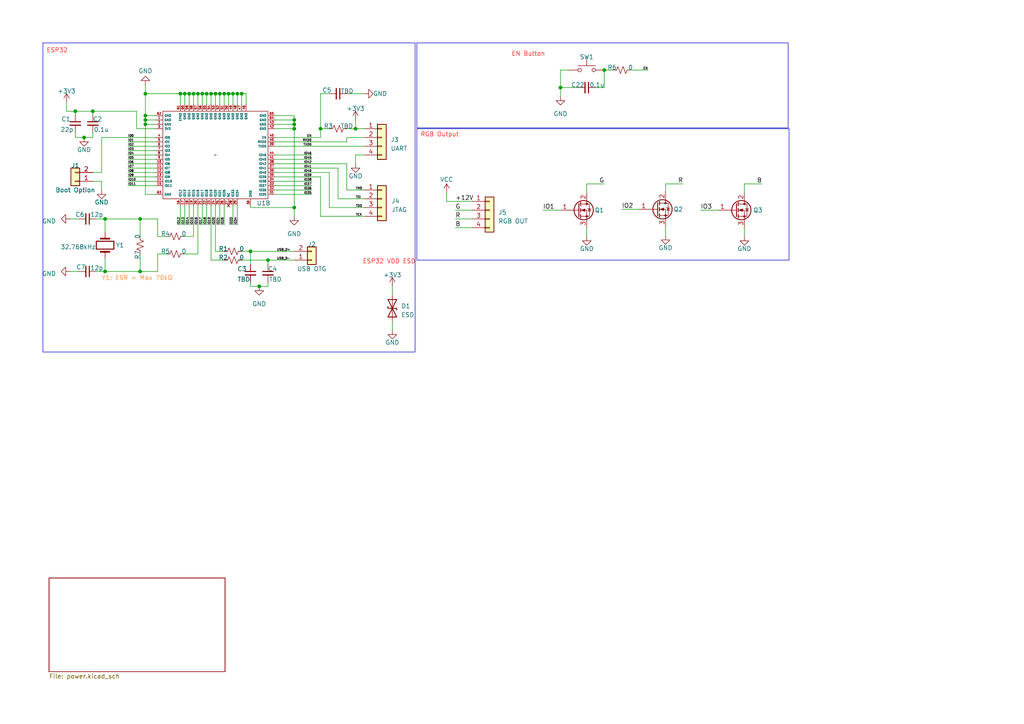
<source format=kicad_sch>
(kicad_sch (version 20230121) (generator eeschema)
  (paper "A4")
  (title_block (title "CozyLED") (date "2023-10-19") (rev "1.0"))
  (lib_symbols
    (symbol "Connector_Generic:Conn_01x02" (pin_names (offset 1.016) hide)
      (property "Reference" "J" (at 0 2.54 0))
      (property "Value" "Conn_01x02" (at 0 -5.08 0))
      (symbol "Conn_01x02_1_1"
        (rectangle (start -1.27 -2.413) (end 0 -2.667) (stroke (width 0.1524)))
        (rectangle (start -1.27 0.127) (end 0 -0.127) (stroke (width 0.1524)))
        (rectangle (start -1.27 1.27) (end 1.27 -3.81) (stroke (width 0.254)) (fill (type background)))
        (pin passive line (at -5.08 0 0) (length 3.81) (name "Pin_1") (number "1"))
        (pin passive line (at -5.08 -2.54 0) (length 3.81) (name "Pin_2") (number "2"))
      )
    )
    (symbol "Connector_Generic:Conn_01x04" (pin_names (offset 1.016) hide)
      (property "Reference" "J" (at 0 5.08 0))
      (property "Value" "Conn_01x04" (at 0 -7.62 0))
      (symbol "Conn_01x04_1_1"
        (rectangle (start -1.27 -4.953) (end 0 -5.207) (stroke (width 0.1524)))
        (rectangle (start -1.27 -2.413) (end 0 -2.667) (stroke (width 0.1524)))
        (rectangle (start -1.27 0.127) (end 0 -0.127) (stroke (width 0.1524)))
        (rectangle (start -1.27 2.667) (end 0 2.413) (stroke (width 0.1524)))
        (rectangle (start -1.27 3.81) (end 1.27 -6.35) (stroke (width 0.254)) (fill (type background)))
        (pin passive line (at -5.08 2.54 0) (length 3.81) (name "Pin_1") (number "1"))
        (pin passive line (at -5.08 0 0) (length 3.81) (name "Pin_2") (number "2"))
        (pin passive line (at -5.08 -2.54 0) (length 3.81) (name "Pin_3") (number "3"))
        (pin passive line (at -5.08 -5.08 0) (length 3.81) (name "Pin_4") (number "4"))
      )
    )
    (symbol "Device:C_Small" (pin_numbers hide) (pin_names (offset 0.254) hide)
      (property "Reference" "C" (at 0.254 1.778 0))
      (property "Value" "C_Small" (at 0.254 -2.032 0))
      (symbol "C_Small_0_1"
        (polyline (pts (xy -1.524 -0.508) (xy 1.524 -0.508)) (stroke (width 0.3302)))
        (polyline (pts (xy -1.524 0.508) (xy 1.524 0.508)) (stroke (width 0.3048)))
      )
      (symbol "C_Small_1_1"
        (pin passive line (at 0 2.54 270) (length 2.032) (name "~") (number "1"))
        (pin passive line (at 0 -2.54 90) (length 2.032) (name "~") (number "2"))
      )
    )
    (symbol "Device:Crystal" (pin_numbers hide) (pin_names (offset 1.016) hide)
      (property "Reference" "Y" (at 0 3.81 0))
      (property "Value" "Crystal" (at 0 -3.81 0))
      (symbol "Crystal_0_1"
        (rectangle (start -1.143 2.54) (end 1.143 -2.54) (stroke (width 0.3048)))
        (polyline (pts (xy -2.54 0) (xy -1.905 0)))
        (polyline (pts (xy -1.905 -1.27) (xy -1.905 1.27)) (stroke (width 0.508)))
        (polyline (pts (xy 1.905 -1.27) (xy 1.905 1.27)) (stroke (width 0.508)))
        (polyline (pts (xy 2.54 0) (xy 1.905 0)))
      )
      (symbol "Crystal_1_1"
        (pin passive line (at -3.81 0 0) (length 1.27) (name "1") (number "1"))
        (pin passive line (at 3.81 0 180) (length 1.27) (name "2") (number "2"))
      )
    )
    (symbol "Device:D_TVS" (pin_numbers hide) (pin_names (offset 1.016) hide)
      (property "Reference" "D" (at 0 2.54 0))
      (property "Value" "D_TVS" (at 0 -2.54 0))
      (symbol "D_TVS_0_1"
        (polyline (pts (xy 1.27 0) (xy -1.27 0)))
        (polyline (pts (xy 0.508 1.27) (xy 0 1.27) (xy 0 -1.27) (xy -0.508 -1.27)) (stroke (width 0.254)))
        (polyline (pts (xy -2.54 1.27) (xy -2.54 -1.27) (xy 2.54 1.27) (xy 2.54 -1.27) (xy -2.54 1.27)) (stroke (width 0.254)))
      )
      (symbol "D_TVS_1_1"
        (pin passive line (at -3.81 0 0) (length 2.54) (name "A1") (number "1"))
        (pin passive line (at 3.81 0 180) (length 2.54) (name "A2") (number "2"))
      )
    )
    (symbol "Device:Q_NMOS_GDS" (pin_names (offset 0) hide)
      (property "Reference" "Q" (at 5.08 1.27 0))
      (property "Value" "Q_NMOS_GDS" (at 5.08 -1.27 0))
      (symbol "Q_NMOS_GDS_0_1"
        (polyline (pts (xy 0.254 0) (xy -2.54 0)))
        (polyline (pts (xy 0.254 1.905) (xy 0.254 -1.905)) (stroke (width 0.254)))
        (polyline (pts (xy 0.762 -1.27) (xy 0.762 -2.286)) (stroke (width 0.254)))
        (polyline (pts (xy 0.762 0.508) (xy 0.762 -0.508)) (stroke (width 0.254)))
        (polyline (pts (xy 0.762 2.286) (xy 0.762 1.27)) (stroke (width 0.254)))
        (polyline (pts (xy 2.54 2.54) (xy 2.54 1.778)))
        (polyline (pts (xy 2.54 -2.54) (xy 2.54 0) (xy 0.762 0)))
        (polyline (pts (xy 0.762 -1.778) (xy 3.302 -1.778) (xy 3.302 1.778) (xy 0.762 1.778)))
        (polyline (pts (xy 1.016 0) (xy 2.032 0.381) (xy 2.032 -0.381) (xy 1.016 0)) (fill (type outline)))
        (polyline (pts (xy 2.794 0.508) (xy 2.921 0.381) (xy 3.683 0.381) (xy 3.81 0.254)))
        (polyline (pts (xy 3.302 0.381) (xy 2.921 -0.254) (xy 3.683 -0.254) (xy 3.302 0.381)))
        (circle (center 1.651 0) (radius 2.794) (stroke (width 0.254)))
        (circle (center 2.54 -1.778) (radius 0.254) (fill (type outline)))
        (circle (center 2.54 1.778) (radius 0.254) (fill (type outline)))
      )
      (symbol "Q_NMOS_GDS_1_1"
        (pin input line (at -5.08 0 0) (length 2.54) (name "G") (number "1"))
        (pin passive line (at 2.54 5.08 270) (length 2.54) (name "D") (number "2"))
        (pin passive line (at 2.54 -5.08 90) (length 2.54) (name "S") (number "3"))
      )
    )
    (symbol "Device:R_Small_US" (pin_numbers hide) (pin_names (offset 0.254) hide)
      (property "Reference" "R" (at 0.762 0.508 0))
      (property "Value" "R_Small_US" (at 0.762 -1.016 0))
      (symbol "R_Small_US_1_1"
        (polyline (pts (xy 0 0) (xy 1.016 -0.381) (xy 0 -0.762) (xy -1.016 -1.143) (xy 0 -1.524)))
        (polyline (pts (xy 0 1.524) (xy 1.016 1.143) (xy 0 0.762) (xy -1.016 0.381) (xy 0 0)))
        (pin passive line (at 0 2.54 270) (length 1.016) (name "~") (number "1"))
        (pin passive line (at 0 -2.54 90) (length 1.016) (name "~") (number "2"))
      )
    )
    (symbol "ESP32:ESP32-S2-MINI-2"
      (property "Reference" "U" (at 0 0 0))
      (symbol "ESP32-S2-MINI-2_1_1"
        (rectangle (start -15.24 12.7) (end 15.24 -12.7))
        (pin power_out line (at -17.272 10.16 0) (length 1.905) (name "VDDA") (number "1"))
        (pin bidirectional line (at -17.272 -5.08 0) (length 1.905) (name "GPIO5") (number "10"))
        (pin bidirectional line (at -17.272 -6.35 0) (length 1.905) (name "GPIO6") (number "11"))
        (pin bidirectional line (at -17.272 -7.62 0) (length 1.905) (name "GPIO7") (number "12"))
        (pin bidirectional line (at -17.272 -8.89 0) (length 1.905) (name "GPIO8") (number "13"))
        (pin bidirectional line (at -17.272 -10.16 0) (length 1.905) (name "GPIO9") (number "14"))
        (pin bidirectional line (at -10.16 -14.732 90) (length 1.905) (name "GPIO10") (number "15"))
        (pin bidirectional line (at -8.89 -14.732 90) (length 1.905) (name "GPIO11") (number "16"))
        (pin bidirectional line (at -7.62 -14.732 90) (length 1.905) (name "GPIO12") (number "17"))
        (pin bidirectional line (at -6.35 -14.732 90) (length 1.905) (name "GPIO13") (number "18"))
        (pin bidirectional line (at -5.08 -14.732 90) (length 1.905) (name "GPIO14") (number "19"))
        (pin output line (at -17.272 7.62 0) (length 1.905) (name "LNA_IN") (number "2"))
        (pin power_out line (at 1.27 -14.732 90) (length 1.905) (name "VDD3P3_RTC") (number "20"))
        (pin bidirectional line (at 5.08 -14.732 90) (length 1.905) (name "XTAL_32K_P") (number "21"))
        (pin bidirectional line (at 6.35 -14.732 90) (length 1.905) (name "XTAL_32K_N") (number "22"))
        (pin output line (at 8.89 -14.732 90) (length 1.905) (name "DAC_1") (number "23"))
        (pin output line (at 10.16 -14.732 90) (length 1.905) (name "DAC_2") (number "24"))
        (pin bidirectional line (at -3.81 -14.732 90) (length 1.905) (name "GPIO19") (number "25"))
        (pin bidirectional line (at -2.54 -14.732 90) (length 1.905) (name "GPIO20") (number "26"))
        (pin power_out line (at 2.54 -14.732 90) (length 1.905) (name "VDD3P3_RTC_IO") (number "27"))
        (pin bidirectional line (at -1.27 -14.732 90) (length 1.905) (name "GPIO21") (number "28"))
        (pin bidirectional line (at 17.272 -7.62 180) (length 1.905) (name "SPICS1") (number "29"))
        (pin power_out line (at -17.272 5.08 0) (length 1.905) (name "VDD3P3") (number "3"))
        (pin power_out line (at 17.272 -8.89 180) (length 1.905) (name "VDD_SPI") (number "30"))
        (pin no_connect line (at 17.272 -6.35 180) (length 1.905) (name "SPIHD") (number "31"))
        (pin no_connect line (at 17.272 -5.08 180) (length 1.905) (name "SPIWP") (number "32"))
        (pin no_connect line (at 17.272 -3.81 180) (length 1.905) (name "SPICS0") (number "33"))
        (pin no_connect line (at 17.272 -2.54 180) (length 1.905) (name "SPICLK") (number "34"))
        (pin no_connect line (at 17.272 -1.27 180) (length 1.905) (name "SPIQ") (number "35"))
        (pin no_connect line (at 17.272 0 180) (length 1.905) (name "SPID") (number "36"))
        (pin bidirectional line (at 17.272 2.54 180) (length 1.905) (name "GPIO33") (number "37"))
        (pin bidirectional line (at 17.272 3.81 180) (length 1.905) (name "GPIO34") (number "38"))
        (pin bidirectional line (at 17.272 5.08 180) (length 1.905) (name "GPIO35") (number "39"))
        (pin power_out line (at -17.272 3.81 0) (length 1.905) (name "VDD3P3") (number "4"))
        (pin bidirectional line (at 17.272 6.35 180) (length 1.905) (name "GPIO36") (number "40"))
        (pin bidirectional line (at 17.272 7.62 180) (length 1.905) (name "GPIO37") (number "41"))
        (pin bidirectional line (at 17.272 8.89 180) (length 1.905) (name "GPIO38") (number "42"))
        (pin bidirectional line (at 12.7 14.732 270) (length 1.905) (name "MTCK") (number "43"))
        (pin bidirectional line (at 11.43 14.732 270) (length 1.905) (name "MTDO") (number "44"))
        (pin power_out line (at 6.35 14.732 270) (length 1.905) (name "VDD3P3_CPU") (number "45"))
        (pin bidirectional line (at 10.16 14.732 270) (length 1.905) (name "MTDI") (number "46"))
        (pin bidirectional line (at 8.89 14.732 270) (length 1.905) (name "MTMS") (number "47"))
        (pin output line (at 3.81 14.732 270) (length 1.905) (name "X0TXD") (number "48"))
        (pin input line (at 2.54 14.732 270) (length 1.905) (name "X0RXD") (number "49"))
        (pin bidirectional line (at -17.272 1.27 0) (length 1.905) (name "GPIO0") (number "5"))
        (pin bidirectional line (at -7.62 14.732 270) (length 1.905) (name "GPIO45") (number "50"))
        (pin power_out line (at -3.81 14.732 270) (length 1.905) (name "VDDA") (number "51"))
        (pin input line (at 0 14.732 270) (length 1.905) (name "XTAL_N") (number "52"))
        (pin output line (at -1.27 14.732 270) (length 1.905) (name "XTAL_P") (number "53"))
        (pin power_out line (at -5.08 14.732 270) (length 1.905) (name "VDDA") (number "54"))
        (pin bidirectional line (at -8.89 14.732 270) (length 1.905) (name "GPIO46") (number "55"))
        (pin output line (at -11.43 14.732 270) (length 1.905) (name "CHIP_PU") (number "56"))
        (pin power_in line (at -12.7 14.732 270) (length 1.905) (name "GND") (number "57"))
        (pin bidirectional line (at -17.272 0 0) (length 1.905) (name "GPIO1") (number "6"))
        (pin bidirectional line (at -17.272 -1.27 0) (length 1.905) (name "GPIO2") (number "7"))
        (pin bidirectional line (at -17.272 -2.54 0) (length 1.905) (name "GPIO3") (number "8"))
        (pin bidirectional line (at -17.272 -3.81 0) (length 1.905) (name "GPIO4") (number "9"))
      )
      (symbol "ESP32-S2-MINI-2_2_1"
        (rectangle (start -15.24 12.7) (end 15.24 -12.7))
        (pin power_in line (at -17.272 10.16 0) (length 1.905) (name "GND") (number "1"))
        (pin bidirectional line (at -17.272 -2.54 0) (length 1.905) (name "IO6") (number "10"))
        (pin bidirectional line (at -17.272 -3.81 0) (length 1.905) (name "IO7") (number "11"))
        (pin bidirectional line (at -17.272 -5.08 0) (length 1.905) (name "IO8") (number "12"))
        (pin bidirectional line (at -17.272 -6.35 0) (length 1.905) (name "IO9") (number "13"))
        (pin bidirectional line (at -17.272 -7.62 0) (length 1.905) (name "IO10") (number "14"))
        (pin bidirectional line (at -17.272 -8.89 0) (length 1.905) (name "IO11") (number "15"))
        (pin bidirectional line (at -10.16 -14.732 90) (length 1.905) (name "IO12") (number "16"))
        (pin bidirectional line (at -8.89 -14.732 90) (length 1.905) (name "IO13") (number "17"))
        (pin bidirectional line (at -7.62 -14.732 90) (length 1.905) (name "IO14") (number "18"))
        (pin bidirectional line (at -6.35 -14.732 90) (length 1.905) (name "IO15") (number "19"))
        (pin power_in line (at -17.272 8.89 0) (length 1.905) (name "GND") (number "2"))
        (pin bidirectional line (at -5.08 -14.732 90) (length 1.905) (name "IO16") (number "20"))
        (pin bidirectional line (at -3.81 -14.732 90) (length 1.905) (name "IO17") (number "21"))
        (pin bidirectional line (at -2.54 -14.732 90) (length 1.905) (name "IO18") (number "22"))
        (pin bidirectional line (at -1.27 -14.732 90) (length 1.905) (name "IO19") (number "23"))
        (pin bidirectional line (at 0 -14.732 90) (length 1.905) (name "IO20") (number "24"))
        (pin bidirectional line (at 1.27 -14.732 90) (length 1.905) (name "IO21") (number "25"))
        (pin bidirectional line (at 2.54 -14.732 90) (length 1.905) (name "IO26") (number "26"))
        (pin no_connect line (at 3.81 -14.732 90) (length 1.905) (name "NC") (number "27"))
        (pin bidirectional line (at 5.08 -14.732 90) (length 1.905) (name "IO33") (number "28"))
        (pin bidirectional line (at 6.35 -14.732 90) (length 1.905) (name "IO34") (number "29"))
        (pin power_in line (at -17.272 7.62 0) (length 1.905) (name "3V3") (number "3"))
        (pin power_in line (at 10.16 -14.732 90) (length 1.905) (name "GND") (number "30"))
        (pin bidirectional line (at 17.272 -11.43 180) (length 1.905) (name "IO35") (number "31"))
        (pin bidirectional line (at 17.272 -10.16 180) (length 1.905) (name "IO36") (number "32"))
        (pin bidirectional line (at 17.272 -8.89 180) (length 1.905) (name "IO37") (number "33"))
        (pin bidirectional line (at 17.272 -7.62 180) (length 1.905) (name "IO38") (number "34"))
        (pin bidirectional line (at 17.272 -6.35 180) (length 1.905) (name "IO39") (number "35"))
        (pin bidirectional line (at 17.272 -5.08 180) (length 1.905) (name "IO40") (number "36"))
        (pin bidirectional line (at 17.272 -3.81 180) (length 1.905) (name "IO41") (number "37"))
        (pin bidirectional line (at 17.272 -2.54 180) (length 1.905) (name "IO42") (number "38"))
        (pin output line (at 17.272 2.54 180) (length 1.905) (name "TXD0") (number "39"))
        (pin bidirectional line (at -17.272 5.08 0) (length 1.905) (name "IO0") (number "4"))
        (pin input line (at 17.272 3.81 180) (length 1.905) (name "RXD0") (number "40"))
        (pin bidirectional line (at 17.272 -1.27 180) (length 1.905) (name "IO45") (number "41"))
        (pin power_in line (at 17.272 7.62 180) (length 1.905) (name "GND") (number "42"))
        (pin power_in line (at 17.272 8.89 180) (length 1.905) (name "GND") (number "43"))
        (pin bidirectional line (at 17.272 0 180) (length 1.905) (name "IO46") (number "44"))
        (pin input line (at 17.272 5.08 180) (length 1.905) (name "EN") (number "45"))
        (pin power_in line (at 8.89 14.732 270) (length 1.905) (name "GND") (number "46"))
        (pin power_in line (at 7.62 14.732 270) (length 1.905) (name "GND") (number "47"))
        (pin power_in line (at 6.35 14.732 270) (length 1.905) (name "GND") (number "48"))
        (pin power_in line (at 5.08 14.732 270) (length 1.905) (name "GND") (number "49"))
        (pin bidirectional line (at -17.272 3.81 0) (length 1.905) (name "IO1") (number "5"))
        (pin power_in line (at 3.81 14.732 270) (length 1.905) (name "GND") (number "50"))
        (pin power_in line (at 2.54 14.732 270) (length 1.905) (name "GND") (number "51"))
        (pin power_in line (at 1.27 14.732 270) (length 1.905) (name "GND") (number "52"))
        (pin power_in line (at 0 14.732 270) (length 1.905) (name "GND") (number "53"))
        (pin power_in line (at -1.27 14.732 270) (length 1.905) (name "GND") (number "54"))
        (pin power_in line (at -2.54 14.732 270) (length 1.905) (name "GND") (number "55"))
        (pin power_in line (at -3.81 14.732 270) (length 1.905) (name "GND") (number "56"))
        (pin power_in line (at -5.08 14.732 270) (length 1.905) (name "GND") (number "57"))
        (pin power_in line (at -6.35 14.732 270) (length 1.905) (name "GND") (number "58"))
        (pin power_in line (at -7.62 14.732 270) (length 1.905) (name "GND") (number "59"))
        (pin bidirectional line (at -17.272 2.54 0) (length 1.905) (name "IO2") (number "6"))
        (pin power_in line (at -8.89 14.732 270) (length 1.905) (name "GND") (number "60"))
        (pin power_in line (at -10.16 14.732 270) (length 1.905) (name "EPAD") (number "61"))
        (pin power_in line (at -17.272 11.43 0) (length 1.905) (name "GND") (number "62"))
        (pin power_in line (at -17.272 -11.43 0) (length 1.905) (name "GND") (number "63"))
        (pin power_in line (at 17.272 10.16 180) (length 1.905) (name "GND") (number "64"))
        (pin power_in line (at 17.272 11.43 180) (length 1.905) (name "GND") (number "65"))
        (pin bidirectional line (at -17.272 1.27 0) (length 1.905) (name "IO3") (number "7"))
        (pin bidirectional line (at -17.272 0 0) (length 1.905) (name "IO4") (number "8"))
        (pin bidirectional line (at -17.272 -1.27 0) (length 1.905) (name "IO5") (number "9"))
      )
    )
    (symbol "Switch:SW_Push" (pin_numbers hide) (pin_names (offset 1.016) hide)
      (property "Reference" "SW" (at 1.27 2.54 0))
      (property "Value" "SW_Push" (at 0 -1.524 0))
      (symbol "SW_Push_0_1"
        (circle (center -2.032 0) (radius 0.508))
        (polyline (pts (xy 0 1.27) (xy 0 3.048)))
        (polyline (pts (xy 2.54 1.27) (xy -2.54 1.27)))
        (circle (center 2.032 0) (radius 0.508))
        (pin passive line (at -5.08 0 0) (length 2.54) (name "1") (number "1"))
        (pin passive line (at 5.08 0 180) (length 2.54) (name "2") (number "2"))
      )
    )
    (symbol "power:+3V3" (power) (pin_names (offset 0))
      (property "Value" "+3V3" (at 0 3.556 0))
      (symbol "+3V3_0_1"
        (polyline (pts (xy -0.762 1.27) (xy 0 2.54)))
        (polyline (pts (xy 0 0) (xy 0 2.54)))
        (polyline (pts (xy 0 2.54) (xy 0.762 1.27)))
      )
      (symbol "+3V3_1_1"
        (pin power_in line (at 0 0 90) (length 0) hide (name "+3V3") (number "1"))
      )
    )
    (symbol "power:GND" (power) (pin_names (offset 0))
      (property "Value" "GND" (at 0 -3.81 0))
      (symbol "GND_0_1"
        (polyline (pts (xy 0 0) (xy 0 -1.27) (xy 1.27 -1.27) (xy 0 -2.54) (xy -1.27 -1.27) (xy 0 -1.27)))
      )
      (symbol "GND_1_1"
        (pin power_in line (at 0 0 270) (length 0) hide (name "GND") (number "1"))
      )
    )
    (symbol "power:VCC" (power) (pin_names (offset 0))
      (property "Value" "VCC" (at 0 3.81 0))
      (symbol "VCC_0_1"
        (polyline (pts (xy -0.762 1.27) (xy 0 2.54)))
        (polyline (pts (xy 0 0) (xy 0 2.54)))
        (polyline (pts (xy 0 2.54) (xy 0.762 1.27)))
      )
      (symbol "VCC_1_1"
        (pin power_in line (at 0 0 90) (length 0) hide (name "VCC") (number "1"))
      )
    )
  )
  (junction (at 77.724 75.438))
  (junction (at 75.184 83.058))
  (junction (at 61.214 27.178))
  (junction (at 103.124 37.338))
  (junction (at 67.564 27.178))
  (junction (at 85.344 34.798))
  (junction (at 54.864 27.178))
  (junction (at 24.384 39.878))
  (junction (at 56.134 27.178))
  (junction (at 40.64 63.5))
  (junction (at 42.164 33.528))
  (junction (at 57.404 27.178))
  (junction (at 58.674 27.178))
  (junction (at 30.48 63.5))
  (junction (at 42.164 34.798))
  (junction (at 92.964 37.338))
  (junction (at 40.64 78.74))
  (junction (at 65.024 27.178))
  (junction (at 66.294 27.178))
  (junction (at 30.48 78.74))
  (junction (at 175.26 20.32))
  (junction (at 68.834 27.178))
  (junction (at 59.944 27.178))
  (junction (at 85.344 60.198))
  (junction (at 42.164 27.178))
  (junction (at 85.344 36.068))
  (junction (at 53.594 27.178))
  (junction (at 70.104 27.178))
  (junction (at 162.56 25.4))
  (junction (at 42.164 36.068))
  (junction (at 62.484 27.178))
  (junction (at 72.644 72.898))
  (junction (at 26.924 32.258))
  (junction (at 52.324 27.178))
  (junction (at 21.844 32.258))
  (junction (at 85.344 37.338))
  (junction (at 63.754 27.178))
  (wire (pts (xy 42.164 56.388) (xy 45.212 56.388)))
  (wire (pts (xy 52.324 30.226) (xy 52.324 27.178)))
  (wire (pts (xy 63.754 59.69) (xy 63.754 65.278)))
  (wire (pts (xy 215.9 66.04) (xy 215.9 68.58)))
  (wire (pts (xy 85.344 60.198) (xy 85.344 62.738)))
  (wire (pts (xy 113.792 83.058) (xy 113.792 85.598)))
  (wire (pts (xy 37.084 41.148) (xy 45.212 41.148)))
  (wire (pts (xy 100.584 55.118) (xy 100.584 47.498)))
  (wire (pts (xy 71.374 30.226) (xy 71.374 27.178)))
  (wire (pts (xy 103.124 47.498) (xy 103.124 44.958)))
  (wire (pts (xy 162.56 25.4) (xy 162.56 20.32)))
  (wire (pts (xy 52.324 59.69) (xy 52.324 65.278)))
  (wire (pts (xy 70.104 30.226) (xy 70.104 27.178)))
  (wire (pts (xy 85.344 36.068) (xy 85.344 37.338)))
  (wire (pts (xy 136.906 66.04) (xy 132.08 66.04)))
  (wire (pts (xy 79.756 53.848) (xy 90.424 53.848)))
  (wire (pts (xy 37.084 48.768) (xy 45.212 48.768)))
  (wire (pts (xy 61.214 59.69) (xy 61.214 75.438)))
  (wire (pts (xy 65.024 30.226) (xy 65.024 27.178)))
  (wire (pts (xy 45.212 37.338) (xy 39.624 37.338)))
  (wire (pts (xy 42.164 36.068) (xy 42.164 56.388)))
  (wire (pts (xy 68.834 27.178) (xy 67.564 27.178)))
  (wire (pts (xy 170.18 66.04) (xy 170.18 68.58)))
  (wire (pts (xy 79.756 48.768) (xy 98.044 48.768)))
  (wire (pts (xy 79.756 33.528) (xy 85.344 33.528)))
  (wire (pts (xy 37.084 42.418) (xy 45.212 42.418)))
  (wire (pts (xy 29.464 50.038) (xy 26.924 50.038)))
  (wire (pts (xy 26.924 38.354) (xy 26.924 39.878)))
  (wire (pts (xy 45.72 78.74) (xy 40.64 78.74)))
  (wire (pts (xy 39.624 37.338) (xy 39.624 32.258)))
  (wire (pts (xy 45.212 34.798) (xy 42.164 34.798)))
  (wire (pts (xy 177.8 20.32) (xy 175.26 20.32)))
  (wire (pts (xy 100.584 27.178) (xy 105.664 27.178)))
  (wire (pts (xy 162.56 20.32) (xy 165.1 20.32)))
  (wire (pts (xy 26.924 32.258) (xy 21.844 32.258)))
  (wire (pts (xy 92.964 27.178) (xy 95.504 27.178)))
  (wire (pts (xy 68.834 30.226) (xy 68.834 27.178)))
  (wire (pts (xy 136.906 58.42) (xy 129.54 58.42)))
  (wire (pts (xy 72.644 60.198) (xy 85.344 60.198)))
  (wire (pts (xy 215.9 53.34) (xy 220.98 53.34)))
  (wire (pts (xy 71.374 27.178) (xy 70.104 27.178)))
  (wire (pts (xy 70.104 75.438) (xy 77.724 75.438)))
  (wire (pts (xy 26.924 39.878) (xy 24.384 39.878)))
  (wire (pts (xy 53.34 68.58) (xy 56.134 68.58)))
  (wire (pts (xy 57.404 73.66) (xy 53.34 73.66)))
  (wire (pts (xy 42.164 27.178) (xy 42.164 24.638)))
  (wire (pts (xy 215.9 53.34) (xy 215.9 55.88)))
  (wire (pts (xy 95.504 37.338) (xy 92.964 37.338)))
  (wire (pts (xy 66.294 30.226) (xy 66.294 27.178)))
  (wire (pts (xy 30.48 63.5) (xy 30.48 67.31)))
  (wire (pts (xy 56.134 30.226) (xy 56.134 27.178)))
  (wire (pts (xy 67.564 59.69) (xy 67.564 65.278)))
  (wire (pts (xy 30.48 78.74) (xy 30.48 74.93)))
  (wire (pts (xy 79.756 47.498) (xy 100.584 47.498)))
  (wire (pts (xy 26.924 52.578) (xy 29.464 52.578)))
  (wire (pts (xy 45.212 36.068) (xy 42.164 36.068)))
  (wire (pts (xy 77.724 75.438) (xy 77.724 76.708)))
  (wire (pts (xy 67.564 27.178) (xy 66.294 27.178)))
  (wire (pts (xy 56.134 27.178) (xy 54.864 27.178)))
  (wire (pts (xy 77.724 83.058) (xy 75.184 83.058)))
  (wire (pts (xy 79.756 39.878) (xy 92.964 39.878)))
  (wire (pts (xy 52.324 27.178) (xy 42.164 27.178)))
  (wire (pts (xy 20.32 63.5) (xy 22.86 63.5)))
  (wire (pts (xy 65.024 27.178) (xy 63.754 27.178)))
  (wire (pts (xy 57.404 59.69) (xy 57.404 73.66)))
  (wire (pts (xy 42.164 36.068) (xy 42.164 34.798)))
  (wire (pts (xy 103.124 44.958) (xy 105.664 44.958)))
  (wire (pts (xy 105.664 55.118) (xy 100.584 55.118)))
  (wire (pts (xy 65.024 59.69) (xy 65.024 65.278)))
  (wire (pts (xy 136.906 63.5) (xy 132.08 63.5)))
  (wire (pts (xy 203.2 60.96) (xy 208.28 60.96)))
  (wire (pts (xy 58.674 59.69) (xy 58.674 65.278)))
  (wire (pts (xy 45.72 68.58) (xy 45.72 63.5)))
  (wire (pts (xy 72.644 83.058) (xy 72.644 81.788)))
  (wire (pts (xy 30.48 63.5) (xy 40.64 63.5)))
  (wire (pts (xy 54.864 30.226) (xy 54.864 27.178)))
  (wire (pts (xy 40.64 63.5) (xy 40.64 68.58)))
  (wire (pts (xy 20.32 78.74) (xy 22.86 78.74)))
  (wire (pts (xy 45.72 73.66) (xy 45.72 78.74)))
  (wire (pts (xy 77.724 75.438) (xy 85.344 75.438)))
  (wire (pts (xy 24.384 39.878) (xy 21.844 39.878)))
  (wire (pts (xy 79.756 56.388) (xy 90.424 56.388)))
  (wire (pts (xy 92.964 62.738) (xy 105.664 62.738)))
  (wire (pts (xy 98.044 57.658) (xy 98.044 48.768)))
  (wire (pts (xy 54.864 27.178) (xy 53.594 27.178)))
  (wire (pts (xy 79.756 52.578) (xy 90.424 52.578)))
  (wire (pts (xy 79.756 34.798) (xy 85.344 34.798)))
  (wire (pts (xy 175.26 25.4) (xy 172.72 25.4)))
  (wire (pts (xy 40.64 78.74) (xy 40.64 73.66)))
  (wire (pts (xy 79.756 41.148) (xy 100.584 41.148)))
  (wire (pts (xy 53.594 30.226) (xy 53.594 27.178)))
  (wire (pts (xy 70.104 27.178) (xy 68.834 27.178)))
  (wire (pts (xy 26.924 33.274) (xy 26.924 32.258)))
  (wire (pts (xy 79.756 46.228) (xy 90.424 46.228)))
  (wire (pts (xy 170.18 55.88) (xy 170.18 53.34)))
  (wire (pts (xy 37.084 53.848) (xy 45.212 53.848)))
  (wire (pts (xy 100.584 39.878) (xy 105.664 39.878)))
  (wire (pts (xy 67.564 30.226) (xy 67.564 27.178)))
  (wire (pts (xy 85.344 37.338) (xy 85.344 60.198)))
  (wire (pts (xy 29.464 52.578) (xy 29.464 55.118)))
  (wire (pts (xy 45.72 63.5) (xy 40.64 63.5)))
  (wire (pts (xy 187.96 20.32) (xy 182.88 20.32)))
  (wire (pts (xy 72.644 72.898) (xy 85.344 72.898)))
  (wire (pts (xy 95.504 60.198) (xy 95.504 50.038)))
  (wire (pts (xy 61.214 75.438) (xy 65.024 75.438)))
  (wire (pts (xy 37.084 46.228) (xy 45.212 46.228)))
  (wire (pts (xy 79.756 51.308) (xy 92.964 51.308)))
  (wire (pts (xy 79.756 44.958) (xy 90.424 44.958)))
  (wire (pts (xy 62.484 27.178) (xy 61.214 27.178)))
  (wire (pts (xy 193.04 65.786) (xy 193.04 68.326)))
  (wire (pts (xy 72.644 72.898) (xy 72.644 76.708)))
  (wire (pts (xy 70.104 72.898) (xy 72.644 72.898)))
  (wire (pts (xy 100.584 41.148) (xy 100.584 39.878)))
  (wire (pts (xy 29.464 39.878) (xy 29.464 50.038)))
  (wire (pts (xy 53.594 27.178) (xy 52.324 27.178)))
  (wire (pts (xy 92.964 27.178) (xy 92.964 37.338)))
  (wire (pts (xy 57.404 27.178) (xy 56.134 27.178)))
  (wire (pts (xy 59.944 59.69) (xy 59.944 65.278)))
  (wire (pts (xy 56.134 59.69) (xy 56.134 68.58)))
  (wire (pts (xy 105.664 57.658) (xy 98.044 57.658)))
  (wire (pts (xy 103.124 34.798) (xy 103.124 37.338)))
  (wire (pts (xy 59.944 27.178) (xy 58.674 27.178)))
  (wire (pts (xy 48.26 73.66) (xy 45.72 73.66)))
  (wire (pts (xy 65.024 72.898) (xy 62.484 72.898)))
  (wire (pts (xy 42.164 34.798) (xy 42.164 33.528)))
  (wire (pts (xy 162.56 27.94) (xy 162.56 25.4)))
  (wire (pts (xy 59.944 30.226) (xy 59.944 27.178)))
  (wire (pts (xy 27.94 63.5) (xy 30.48 63.5)))
  (wire (pts (xy 113.792 93.218) (xy 113.792 95.758)))
  (wire (pts (xy 37.084 51.308) (xy 45.212 51.308)))
  (wire (pts (xy 170.18 53.34) (xy 175.26 53.34)))
  (wire (pts (xy 79.756 55.118) (xy 90.424 55.118)))
  (wire (pts (xy 19.304 32.258) (xy 19.304 29.718)))
  (wire (pts (xy 58.674 27.178) (xy 57.404 27.178)))
  (wire (pts (xy 48.26 68.58) (xy 45.72 68.58)))
  (wire (pts (xy 92.964 37.338) (xy 92.964 39.878)))
  (wire (pts (xy 37.084 50.038) (xy 45.212 50.038)))
  (wire (pts (xy 53.594 59.69) (xy 53.594 65.278)))
  (wire (pts (xy 79.756 36.068) (xy 85.344 36.068)))
  (wire (pts (xy 58.674 30.226) (xy 58.674 27.178)))
  (wire (pts (xy 85.344 37.338) (xy 79.756 37.338)))
  (wire (pts (xy 21.844 39.878) (xy 21.844 38.354)))
  (wire (pts (xy 175.26 20.32) (xy 175.26 25.4)))
  (wire (pts (xy 167.64 25.4) (xy 162.56 25.4)))
  (wire (pts (xy 63.754 30.226) (xy 63.754 27.178)))
  (wire (pts (xy 57.404 30.226) (xy 57.404 27.178)))
  (wire (pts (xy 129.54 58.42) (xy 129.54 55.88)))
  (wire (pts (xy 85.344 34.798) (xy 85.344 36.068)))
  (wire (pts (xy 100.584 37.338) (xy 103.124 37.338)))
  (wire (pts (xy 63.754 27.178) (xy 62.484 27.178)))
  (wire (pts (xy 39.624 32.258) (xy 26.924 32.258)))
  (wire (pts (xy 193.04 53.34) (xy 198.12 53.34)))
  (wire (pts (xy 77.724 81.788) (xy 77.724 83.058)))
  (wire (pts (xy 85.344 33.528) (xy 85.344 34.798)))
  (wire (pts (xy 37.084 43.688) (xy 45.212 43.688)))
  (wire (pts (xy 105.664 60.198) (xy 95.504 60.198)))
  (wire (pts (xy 136.906 60.96) (xy 132.08 60.96)))
  (wire (pts (xy 68.834 59.69) (xy 68.834 65.278)))
  (wire (pts (xy 61.214 30.226) (xy 61.214 27.178)))
  (wire (pts (xy 42.164 33.528) (xy 42.164 27.178)))
  (wire (pts (xy 37.084 47.498) (xy 45.212 47.498)))
  (wire (pts (xy 72.644 59.69) (xy 72.644 60.198)))
  (wire (pts (xy 30.48 78.74) (xy 40.64 78.74)))
  (wire (pts (xy 37.084 52.578) (xy 45.212 52.578)))
  (wire (pts (xy 79.756 42.418) (xy 105.664 42.418)))
  (wire (pts (xy 62.484 30.226) (xy 62.484 27.178)))
  (wire (pts (xy 66.294 27.178) (xy 65.024 27.178)))
  (wire (pts (xy 103.124 37.338) (xy 105.664 37.338)))
  (wire (pts (xy 21.844 33.274) (xy 21.844 32.258)))
  (wire (pts (xy 54.864 59.69) (xy 54.864 65.278)))
  (wire (pts (xy 61.214 27.178) (xy 59.944 27.178)))
  (wire (pts (xy 21.844 32.258) (xy 19.304 32.258)))
  (wire (pts (xy 45.212 33.528) (xy 42.164 33.528)))
  (wire (pts (xy 157.48 60.96) (xy 162.56 60.96)))
  (wire (pts (xy 79.756 50.038) (xy 95.504 50.038)))
  (wire (pts (xy 180.34 60.706) (xy 185.42 60.706)))
  (wire (pts (xy 92.964 51.308) (xy 92.964 62.738)))
  (wire (pts (xy 45.212 39.878) (xy 29.464 39.878)))
  (wire (pts (xy 193.04 55.626) (xy 193.04 53.34)))
  (wire (pts (xy 62.484 59.69) (xy 62.484 72.898)))
  (wire (pts (xy 37.084 44.958) (xy 45.212 44.958)))
  (wire (pts (xy 75.184 83.058) (xy 72.644 83.058)))
  (wire (pts (xy 27.94 78.74) (xy 30.48 78.74)))
  (rectangle (start 12.446 12.446) (end 120.396 102.108))
  (rectangle (start 120.904 37.338) (end 228.854 75.438))
  (rectangle (start 120.904 12.446) (end 228.6 37.084))
  (text "ESP32 VDD ESD" (at 105.156 76.708 0) (effects (font (size 1.27 1.27)) (justify left bottom)))
  (text "ESP32" (at 13.462 15.494 0) (effects (font (size 1.27 1.27)) (justify left bottom)))
  (text "Y1: ESR = Max 70kΩ" (at 29.464 81.534 0) (effects (font (size 1.27 1.27)) (justify left bottom)))
  (text "RGB Output" (at 121.92 39.878 0) (effects (font (size 1.27 1.27)) (justify left bottom)))
  (text "EN Button" (at 148.336 16.51 0) (effects (font (size 1.27 1.27)) (justify left bottom)))
  (label "+12V" (at 132.0772 58.42 0))
  (label "IO19" (at 61.214 65.278 90) (effects (font (size 0.635 0.635))))
  (label "IO6" (at 37.084 47.498 0) (effects (font (size 0.635 0.635))))
  (label "IO20" (at 62.484 65.278 90) (effects (font (size 0.635 0.635))))
  (label "IO3" (at 203.2 60.96 0))
  (label "IO8" (at 37.084 50.038 0) (effects (font (size 0.635 0.635))))
  (label "IO10" (at 37.084 52.578 0) (effects (font (size 0.635 0.635))))
  (label "RXD0" (at 90.424 41.148 180) (effects (font (size 0.635 0.635))))
  (label "IO45" (at 90.424 46.228 180) (effects (font (size 0.635 0.635))))
  (label "TMS" (at 103.124 55.118 0) (effects (font (size 0.635 0.635))))
  (label "B" (at 220.98 53.34 180))
  (label "IO14" (at 54.864 65.278 90) (effects (font (size 0.635 0.635))))
  (label "IO5" (at 37.084 46.228 0) (effects (font (size 0.635 0.635))))
  (label "IO0" (at 37.084 39.878 0) (effects (font (size 0.635 0.635))))
  (label "EN" (at 90.424 39.878 180) (effects (font (size 0.635 0.635))))
  (label "IO3" (at 37.084 43.688 0) (effects (font (size 0.635 0.635))))
  (label "TDO" (at 103.124 60.198 0) (effects (font (size 0.635 0.635))))
  (label "IO17" (at 58.674 65.278 90) (effects (font (size 0.635 0.635))))
  (label "IO35" (at 90.424 56.388 180) (effects (font (size 0.635 0.635))))
  (label "EN" (at 187.96 20.32 180) (effects (font (size 0.635 0.635))))
  (label "R" (at 132.08 63.5 0))
  (label "IO2" (at 37.084 42.418 0) (effects (font (size 0.635 0.635))))
  (label "IO36" (at 90.424 55.118 180) (effects (font (size 0.635 0.635))))
  (label "IO39" (at 90.424 51.308 180) (effects (font (size 0.635 0.635))))
  (label "IO11" (at 37.084 53.848 0) (effects (font (size 0.635 0.635))))
  (label "IO9" (at 37.084 51.308 0) (effects (font (size 0.635 0.635))))
  (label "IO1" (at 157.48 60.96 0))
  (label "IO38" (at 90.424 52.578 180) (effects (font (size 0.635 0.635))))
  (label "IO42" (at 90.424 47.498 180) (effects (font (size 0.635 0.635))))
  (label "IO34" (at 68.834 65.278 90) (effects (font (size 0.635 0.635))))
  (label "IO12" (at 52.324 65.278 90) (effects (font (size 0.635 0.635))))
  (label "IO41" (at 90.424 48.768 180) (effects (font (size 0.635 0.635))))
  (label "IO16" (at 57.404 65.278 90) (effects (font (size 0.635 0.635))))
  (label "USB_D+" (at 80.264 72.898 0) (effects (font (size 0.635 0.635))))
  (label "IO40" (at 90.424 50.038 180) (effects (font (size 0.635 0.635))))
  (label "IO2" (at 180.34 60.706 0))
  (label "TDI" (at 103.124 57.658 0) (effects (font (size 0.635 0.635))))
  (label "TXD0" (at 90.424 42.418 180) (effects (font (size 0.635 0.635))))
  (label "USB_D-" (at 80.264 75.438 0) (effects (font (size 0.635 0.635))))
  (label "IO7" (at 37.084 48.768 0) (effects (font (size 0.635 0.635))))
  (label "IO33" (at 67.564 65.278 90) (effects (font (size 0.635 0.635))))
  (label "IO15" (at 56.134 65.278 90) (effects (font (size 0.635 0.635))))
  (label "IO37" (at 90.424 53.848 180) (effects (font (size 0.635 0.635))))
  (label "IO18" (at 59.944 65.278 90) (effects (font (size 0.635 0.635))))
  (label "B" (at 132.08 66.04 0))
  (label "TCK" (at 103.124 62.738 0) (effects (font (size 0.635 0.635))))
  (label "IO1" (at 37.084 41.148 0) (effects (font (size 0.635 0.635))))
  (label "IO4" (at 37.084 44.958 0) (effects (font (size 0.635 0.635))))
  (label "IO13" (at 53.594 65.278 90) (effects (font (size 0.635 0.635))))
  (label "IO26" (at 65.024 65.278 90) (effects (font (size 0.635 0.635))))
  (label "IO46" (at 90.424 44.958 180) (effects (font (size 0.635 0.635))))
  (label "R" (at 198.12 53.34 180))
  (label "G" (at 132.08 60.96 0))
  (label "IO21" (at 63.754 65.278 90) (effects (font (size 0.635 0.635))))
  (label "G" (at 175.26 53.34 180))
  (symbol (lib_id "power:+3V3") (at 113.792 83.058 0) (unit 1)
    (property "Reference" "#PWR02" (effects hide))
    (property "Value" "VDD33" (at 113.792 79.756 0))
  )
  (symbol (lib_id "power:GND") (at 29.464 55.118 0) (unit 1)
    (property "Reference" "#PWR05" (effects hide))
    (property "Value" "GND" (at 29.464 58.674 0))
  )
  (symbol (lib_id "power:GND") (at 113.792 95.758 0) (unit 1)
    (property "Reference" "#PWR03" (effects hide))
    (property "Value" "GND" (at 113.792 99.314 0))
  )
  (symbol (lib_id "power:GND") (at 75.184 83.058 0) (unit 1)
    (property "Reference" "#PWR07" (effects hide))
    (property "Value" "GND" (at 75.184 88.138 0))
  )
  (symbol (lib_id "power:VCC") (at 129.54 55.88 0) (unit 1)
    (property "Reference" "#PWR041" (effects hide))
    (property "Value" "Vin" (at 129.54 52.07 0))
  )
  (symbol (lib_id "Connector_Generic:Conn_01x04") (at 110.744 39.878 0) (unit 1)
    (property "Reference" "J3" (at 113.284 40.513 0) (effects (justify left)))
    (property "Value" "UART" (at 113.284 43.053 0) (effects (justify left)))
    (property "Footprint" "Connector_PinHeader_2.00mm:PinHeader_1x04_P2.00mm_Vertical" (effects hide))
  )
  (symbol (lib_id "Connector_Generic:Conn_01x02") (at 21.844 52.578 180) (unit 1)
    (property "Reference" "J1" (at 21.844 48.006 0))
    (property "Value" "Boot Option" (at 21.844 55.118 0))
    (property "Footprint" "Connector_PinHeader_2.00mm:PinHeader_1x02_P2.00mm_Vertical" (effects hide))
  )
  (symbol (lib_id "power:GND") (at 85.344 62.738 0) (unit 1)
    (property "Reference" "#PWR08" (effects hide))
    (property "Value" "GND" (at 85.344 67.818 0))
  )
  (symbol (lib_id "Device:C_Small") (at 170.18 25.4 270) (unit 1)
    (property "Reference" "C22" (at 165.608 24.638 90) (effects (justify left)))
    (property "Value" "0.1u" (at 170.942 24.638 90) (effects (justify left)))
    (property "Footprint" "Capacitor_SMD:C_0603_1608Metric" (effects hide))
  )
  (symbol (lib_id "Device:C_Small") (at 21.844 35.814 0) (unit 1)
    (property "Reference" "C1" (at 17.78 34.544 0) (effects (justify left)))
    (property "Value" "22p" (at 17.526 37.592 0) (effects (justify left)))
    (property "Footprint" "Capacitor_SMD:C_0402_1005Metric" (effects hide))
  )
  (symbol (lib_id "Switch:SW_Push") (at 170.18 20.32 0) (unit 1)
    (property "Reference" "SW1" (at 170.18 16.51 0))
    (property "Value" "SW_Push" (effects hide))
    (property "Footprint" "Button_Switch_THT:SW_PUSH_6mm" (effects hide))
  )
  (symbol (lib_id "power:GND") (at 170.18 68.58 0) (unit 1)
    (property "Reference" "#PWR042" (effects hide))
    (property "Value" "GND" (at 170.18 72.136 0))
  )
  (symbol (lib_id "Device:Crystal") (at 30.48 71.12 90) (unit 1)
    (property "Reference" "Y1" (at 33.528 71.12 90) (effects (justify right)))
    (property "Value" "32.768kHz" (at 17.526 71.628 90) (effects (justify right)))
    (property "Footprint" "Crystal:Crystal_SMD_3215-2Pin_3.2x1.5mm" (effects hide))
  )
  (symbol (lib_id "power:GND") (at 103.124 47.498 0) (unit 1)
    (property "Reference" "#PWR010" (effects hide))
    (property "Value" "GND" (at 103.124 51.054 0))
  )
  (symbol (lib_id "power:GND") (at 193.04 68.326 0) (unit 1)
    (property "Reference" "#PWR043" (effects hide))
    (property "Value" "GND" (at 193.04 71.882 0))
  )
  (symbol (lib_id "power:GND") (at 42.164 24.638 180) (unit 1)
    (property "Reference" "#PWR06" (effects hide))
    (property "Value" "GND" (at 42.164 20.574 0))
  )
  (symbol (lib_id "Device:C_Small") (at 25.4 63.5 270) (unit 1)
    (property "Reference" "C6" (at 21.844 62.23 90) (effects (justify left)))
    (property "Value" "12p" (at 26.162 62.23 90) (effects (justify left)))
    (property "Footprint" "Capacitor_SMD:C_0603_1608Metric" (effects hide))
  )
  (symbol (lib_id "Device:C_Small") (at 25.4 78.74 270) (unit 1)
    (property "Reference" "C7" (at 22.098 77.47 90) (effects (justify left)))
    (property "Value" "12p" (at 26.162 77.724 90) (effects (justify left)))
    (property "Footprint" "Capacitor_SMD:C_0603_1608Metric" (effects hide))
  )
  (symbol (lib_id "Device:R_Small_US") (at 40.64 71.12 180) (unit 1)
    (property "Reference" "R7" (at 39.878 73.914 90))
    (property "Value" "0" (at 39.878 68.58 90))
    (property "Footprint" "Resistor_SMD:R_0402_1005Metric" (effects hide))
  )
  (symbol (lib_id "Device:Q_NMOS_GDS") (at 213.36 60.96 0) (unit 1)
    (property "Reference" "Q3" (at 218.44 60.96 0) (effects (justify left)))
    (property "Value" "Q_NMOS_GDS" (effects hide))
    (property "Footprint" "Diodes INC:DMN1019USN_N_CHNL" (effects hide))
  )
  (symbol (lib_id "Device:C_Small") (at 72.644 79.248 0) (unit 1)
    (property "Reference" "C3" (at 68.834 77.978 0) (effects (justify left)))
    (property "Value" "TBD" (at 68.834 81.026 0) (effects (justify left)))
    (property "Footprint" "Capacitor_SMD:C_0603_1608Metric" (effects hide))
  )
  (symbol (lib_id "Device:C_Small") (at 77.724 79.248 0) (unit 1)
    (property "Reference" "C4" (at 77.724 77.978 0) (effects (justify left)))
    (property "Value" "TBD" (at 77.978 81.026 0) (effects (justify left)))
    (property "Footprint" "Capacitor_SMD:C_0603_1608Metric" (effects hide))
  )
  (symbol (lib_id "Device:Q_NMOS_GDS") (at 167.64 60.96 0) (unit 1)
    (property "Reference" "Q1" (at 172.466 60.96 0) (effects (justify left)))
    (property "Value" "Q_NMOS_GDS" (effects hide))
    (property "Footprint" "Diodes INC:DMN1019USN_N_CHNL" (effects hide))
  )
  (symbol (lib_id "Device:C_Small") (at 26.924 35.814 0) (unit 1)
    (property "Reference" "C2" (at 26.924 34.544 0) (effects (justify left)))
    (property "Value" "0.1u" (at 27.178 37.592 0) (effects (justify left)))
    (property "Footprint" "Capacitor_SMD:C_0603_1608Metric" (effects hide))
  )
  (symbol (lib_id "Connector_Generic:Conn_01x02") (at 90.424 75.438 0) (mirror x) (unit 1)
    (property "Reference" "J2" (at 90.424 70.866 0))
    (property "Value" "USB OTG" (at 90.424 77.978 0))
    (property "Footprint" "Connector_PinHeader_2.00mm:PinHeader_1x02_P2.00mm_Vertical" (effects hide))
  )
  (symbol (lib_id "Device:R_Small_US") (at 180.34 20.32 90) (unit 1)
    (property "Reference" "R6" (at 177.546 19.558 90))
    (property "Value" "0" (at 182.88 19.558 90))
    (property "Footprint" "Resistor_SMD:R_0402_1005Metric" (effects hide))
  )
  (symbol (lib_id "power:+3V3") (at 19.304 29.718 0) (unit 1)
    (property "Reference" "#PWR01" (effects hide))
    (property "Value" "VDD33" (at 19.304 26.416 0))
  )
  (symbol (lib_id "Device:R_Small_US") (at 50.8 68.58 90) (unit 1)
    (property "Reference" "R4" (at 48.006 67.818 90))
    (property "Value" "0" (at 53.34 67.818 90))
    (property "Footprint" "Resistor_SMD:R_0402_1005Metric" (effects hide))
  )
  (symbol (lib_id "Device:Q_NMOS_GDS") (at 190.5 60.706 0) (unit 1)
    (property "Reference" "Q2" (at 195.326 60.706 0) (effects (justify left)))
    (property "Value" "Q_NMOS_GDS" (effects hide))
    (property "Footprint" "Diodes INC:DMN1019USN_N_CHNL" (effects hide))
  )
  (symbol (lib_id "power:GND") (at 20.32 78.74 270) (unit 1)
    (property "Reference" "#PWR012" (effects hide))
    (property "Value" "GND" (at 16.256 79.375 90) (effects (justify right)))
  )
  (symbol (lib_id "power:GND") (at 215.9 68.58 0) (unit 1)
    (property "Reference" "#PWR044" (effects hide))
    (property "Value" "GND" (at 215.9 72.136 0))
  )
  (symbol (lib_id "Connector_Generic:Conn_01x04") (at 110.744 57.658 0) (unit 1)
    (property "Reference" "J4" (at 113.538 58.293 0) (effects (justify left)))
    (property "Value" "JTAG" (at 113.538 60.833 0) (effects (justify left)))
    (property "Footprint" "Connector_PinHeader_2.00mm:PinHeader_1x04_P2.00mm_Vertical" (effects hide))
  )
  (symbol (lib_id "Device:C_Small") (at 98.044 27.178 270) (unit 1)
    (property "Reference" "C5" (at 93.472 26.162 90) (effects (justify left)))
    (property "Value" "TBD" (at 98.806 26.416 90) (effects (justify left)))
    (property "Footprint" "Capacitor_SMD:C_0603_1608Metric" (effects hide))
  )
  (symbol (lib_id "power:GND") (at 162.56 27.94 0) (unit 1)
    (property "Reference" "#PWR032" (effects hide))
    (property "Value" "GND" (at 162.56 33.02 0))
  )
  (symbol (lib_id "power:GND") (at 105.664 27.178 90) (unit 1)
    (property "Reference" "#PWR011" (effects hide))
    (property "Value" "GND" (at 110.236 27.178 90))
  )
  (symbol (lib_id "ESP32:ESP32-S2-MINI-2") (at 62.484 44.958 0) (unit 2)
    (property "Reference" "U1" (at 74.422 58.928 0) (effects (justify left)))
    (property "Value" "~" (at 62.484 44.958 0))
    (property "Footprint" "ESP32:ESP32_S2_MINI_2" (effects hide))
  )
  (symbol (lib_id "Device:R_Small_US") (at 67.564 75.438 90) (unit 1)
    (property "Reference" "R2" (at 64.77 74.676 90))
    (property "Value" "0" (at 70.104 74.676 90))
    (property "Footprint" "Resistor_SMD:R_0402_1005Metric" (effects hide))
  )
  (symbol (lib_id "power:GND") (at 20.32 63.5 270) (unit 1)
    (property "Reference" "#PWR013" (effects hide))
    (property "Value" "GND" (at 16.256 64.135 90) (effects (justify right)))
  )
  (symbol (lib_id "power:GND") (at 24.384 39.878 0) (unit 1)
    (property "Reference" "#PWR04" (effects hide))
    (property "Value" "GND" (at 24.384 43.434 0))
  )
  (symbol (lib_id "Device:R_Small_US") (at 50.8 73.66 90) (unit 1)
    (property "Reference" "R5" (at 48.006 72.898 90))
    (property "Value" "0" (at 53.34 72.898 90))
    (property "Footprint" "Resistor_SMD:R_0402_1005Metric" (effects hide))
  )
  (symbol (lib_id "power:+3V3") (at 103.124 34.798 0) (unit 1)
    (property "Reference" "#PWR09" (effects hide))
    (property "Value" "VDD33" (at 103.124 31.496 0))
  )
  (symbol (lib_id "Device:D_TVS") (at 113.792 89.408 90) (unit 1)
    (property "Reference" "D1" (at 116.332 88.773 90) (effects (justify right)))
    (property "Value" "ESD" (at 116.332 91.313 90) (effects (justify right)))
    (property "Footprint" "Diode_SMD:D_SMB" (effects hide))
  )
  (symbol (lib_id "Connector_Generic:Conn_01x04") (at 141.986 60.96 0) (unit 1)
    (property "Reference" "J5" (at 144.526 61.595 0) (effects (justify left)))
    (property "Value" "RGB OUT" (at 144.526 64.135 0) (effects (justify left)))
    (property "Footprint" "Connector_PinHeader_2.00mm:PinHeader_1x04_P2.00mm_Horizontal" (effects hide))
  )
  (symbol (lib_id "Device:R_Small_US") (at 67.564 72.898 90) (unit 1)
    (property "Reference" "R1" (at 64.77 72.136 90))
    (property "Value" "0" (at 70.104 72.136 90))
    (property "Footprint" "Resistor_SMD:R_0402_1005Metric" (effects hide))
  )
  (symbol (lib_id "Device:R_Small_US") (at 98.044 37.338 90) (unit 1)
    (property "Reference" "R3" (at 95.25 36.576 90))
    (property "Value" "TBD" (at 100.584 36.576 90))
    (property "Footprint" "Resistor_SMD:R_0402_1005Metric" (effects hide))
  )
  (sheet (at 14.224 167.64) (size 51.054 27.178) (stroke (width 0.1524))
    (property "Sheetname" "Power" (effects hide))
    (property "Sheetfile" "power.kicad_sch" (at 14.224 195.4026 0) (effects (justify left top)))
  )
)
</source>
